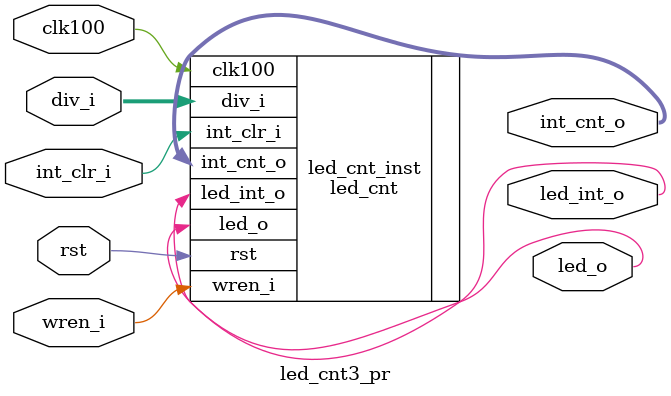
<source format=sv>


module led_cnt3_pr (
  input           rst,
  input           clk100,
  input   [11:0]  div_i,
  input           int_clr_i,
  output  [31:0]  int_cnt_o,
  input           wren_i,
  output          led_int_o,
  output          led_o
);
///////////////////////////////////////////////////////////////////////////////////////////////////

led_cnt led_cnt_inst (
  .rst        (rst      ),
  .clk100     (clk100   ),
  .div_i      (div_i    ),
  .wren_i     (wren_i   ),
  .int_clr_i  (int_clr_i),
  .int_cnt_o  (int_cnt_o),
  .led_int_o  (led_int_o),
  .led_o      (led_o    )
);

endmodule

</source>
